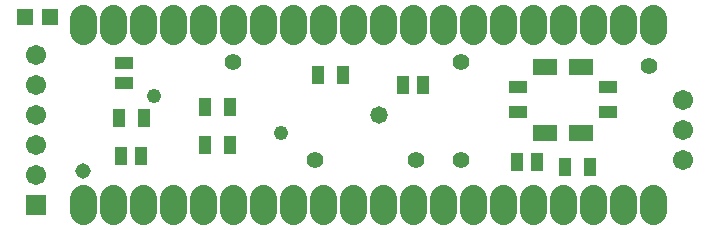
<source format=gts>
G75*
%MOIN*%
%OFA0B0*%
%FSLAX25Y25*%
%IPPOS*%
%LPD*%
%AMOC8*
5,1,8,0,0,1.08239X$1,22.5*
%
%ADD10R,0.04400X0.06300*%
%ADD11R,0.06300X0.04400*%
%ADD12R,0.08200X0.05800*%
%ADD13C,0.09068*%
%ADD14C,0.06737*%
%ADD15R,0.06737X0.06737*%
%ADD16R,0.05524X0.05524*%
%ADD17C,0.05550*%
%ADD18C,0.05156*%
%ADD19C,0.04762*%
%ADD20C,0.05800*%
D10*
X0092560Y0051250D03*
X0099253Y0051250D03*
X0120510Y0055000D03*
X0128803Y0055000D03*
X0100053Y0063750D03*
X0091760Y0063750D03*
X0120510Y0067500D03*
X0128803Y0067500D03*
X0158010Y0078125D03*
X0166303Y0078125D03*
X0186310Y0075000D03*
X0193003Y0075000D03*
X0224435Y0049375D03*
X0231128Y0049375D03*
X0240510Y0047500D03*
X0248803Y0047500D03*
D11*
X0254656Y0065854D03*
X0254656Y0074146D03*
X0224656Y0074146D03*
X0224656Y0065854D03*
X0093406Y0075404D03*
X0093406Y0082096D03*
D12*
X0233656Y0081000D03*
X0245656Y0081000D03*
X0245656Y0059000D03*
X0233656Y0059000D03*
D13*
X0079656Y0037067D02*
X0079656Y0032933D01*
X0089656Y0032933D02*
X0089656Y0037067D01*
X0099656Y0037067D02*
X0099656Y0032933D01*
X0109656Y0032933D02*
X0109656Y0037067D01*
X0119656Y0037067D02*
X0119656Y0032933D01*
X0129656Y0032933D02*
X0129656Y0037067D01*
X0139656Y0037067D02*
X0139656Y0032933D01*
X0149656Y0032933D02*
X0149656Y0037067D01*
X0159656Y0037067D02*
X0159656Y0032933D01*
X0169656Y0032933D02*
X0169656Y0037067D01*
X0179656Y0037067D02*
X0179656Y0032933D01*
X0189656Y0032933D02*
X0189656Y0037067D01*
X0199656Y0037067D02*
X0199656Y0032933D01*
X0209656Y0032933D02*
X0209656Y0037067D01*
X0219656Y0037067D02*
X0219656Y0032933D01*
X0229656Y0032933D02*
X0229656Y0037067D01*
X0239656Y0037067D02*
X0239656Y0032933D01*
X0249656Y0032933D02*
X0249656Y0037067D01*
X0259656Y0037067D02*
X0259656Y0032933D01*
X0269656Y0032933D02*
X0269656Y0037067D01*
X0269656Y0092933D02*
X0269656Y0097067D01*
X0259656Y0097067D02*
X0259656Y0092933D01*
X0249656Y0092933D02*
X0249656Y0097067D01*
X0239656Y0097067D02*
X0239656Y0092933D01*
X0229656Y0092933D02*
X0229656Y0097067D01*
X0219656Y0097067D02*
X0219656Y0092933D01*
X0209656Y0092933D02*
X0209656Y0097067D01*
X0199656Y0097067D02*
X0199656Y0092933D01*
X0189656Y0092933D02*
X0189656Y0097067D01*
X0179656Y0097067D02*
X0179656Y0092933D01*
X0169656Y0092933D02*
X0169656Y0097067D01*
X0159656Y0097067D02*
X0159656Y0092933D01*
X0149656Y0092933D02*
X0149656Y0097067D01*
X0139656Y0097067D02*
X0139656Y0092933D01*
X0129656Y0092933D02*
X0129656Y0097067D01*
X0119656Y0097067D02*
X0119656Y0092933D01*
X0109656Y0092933D02*
X0109656Y0097067D01*
X0099656Y0097067D02*
X0099656Y0092933D01*
X0089656Y0092933D02*
X0089656Y0097067D01*
X0079656Y0097067D02*
X0079656Y0092933D01*
D14*
X0064031Y0085000D03*
X0064031Y0075000D03*
X0064031Y0065000D03*
X0064031Y0055000D03*
X0064031Y0045000D03*
X0279656Y0050000D03*
X0279656Y0060000D03*
X0279656Y0070000D03*
D15*
X0064031Y0035000D03*
D16*
X0060523Y0097500D03*
X0068790Y0097500D03*
D17*
X0129656Y0082500D03*
X0205906Y0082500D03*
X0268406Y0081250D03*
X0205906Y0050000D03*
X0190906Y0050000D03*
X0157156Y0050000D03*
D18*
X0079656Y0046250D03*
D19*
X0103406Y0071250D03*
X0145906Y0058750D03*
D20*
X0178406Y0065000D03*
M02*

</source>
